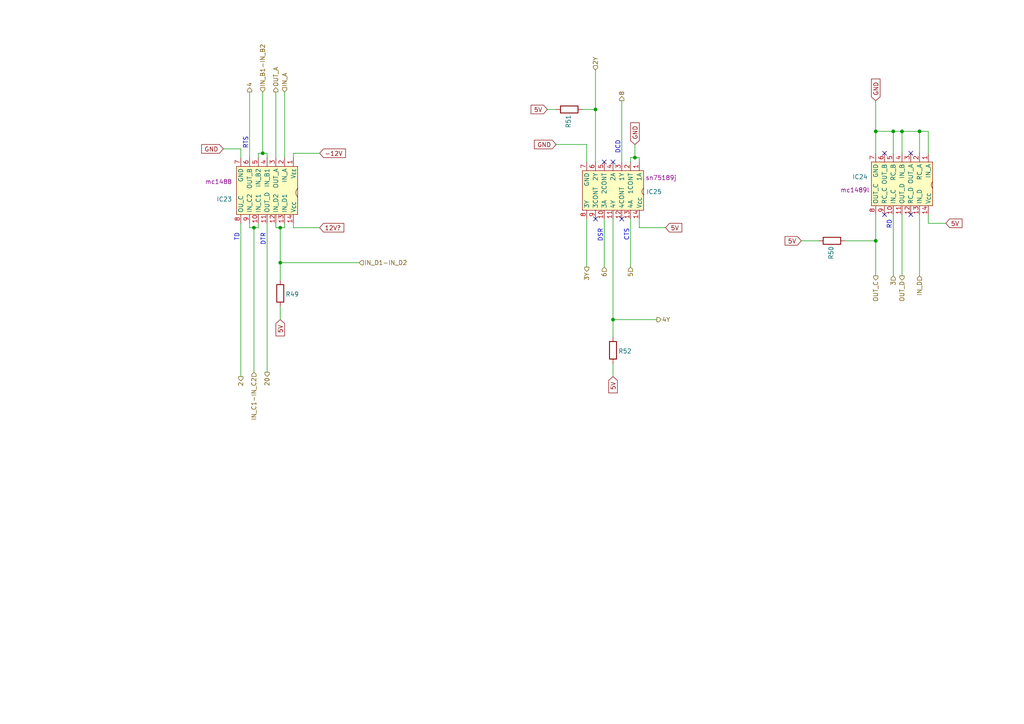
<source format=kicad_sch>
(kicad_sch (version 20250114) (generator "eeschema") (generator_version "9.0")
  (paper "A4")
  (lib_symbols
    (symbol "Device:R" (pin_numbers (hide yes)) (pin_names (offset 0))
      (property "Reference" "R" (at 2.032 0 90))
      (property "Value" "R" (at 0 0 90))
      (symbol "R_0_1"
        (rectangle (start -1.016 -2.54) (end 1.016 2.54) (stroke (width 0.254)))
      )
      (symbol "R_1_1"
        (pin passive line (at 0 3.81 270) (length 1.27) (name "~") (number "1"))
        (pin passive line (at 0 -3.81 90) (length 1.27) (name "~") (number "2"))
      )
    )
    (symbol "ICs_lib:mc1488"
      (property "Reference" "IC" (at 1.27 5.08 0))
      (property "Description" "mc1488" (at 4.064 1.27 0))
      (symbol "mc1488_1_1"
        (arc (start -17.78 8.89) (mid -17.2539 7.62) (end -17.78 6.35))
        (rectangle (start -17.78 13.97) (end 0 0) (fill (type background)))
        (pin input line (at -16.51 16.51 270) (length 2.54) (name "V_{CC}") (number "14"))
        (pin input line (at -16.51 -2.54 90) (length 2.54) (name "V_{EE}") (number "1"))
        (pin input line (at -13.97 16.51 270) (length 2.54) (name "IN_D1") (number "13"))
        (pin input line (at -13.97 -2.54 90) (length 2.54) (name "IN_A") (number "2"))
        (pin input line (at -11.43 16.51 270) (length 2.54) (name "IN_D2") (number "12"))
        (pin input line (at -11.43 -2.54 90) (length 2.54) (name "OUT_A") (number "3"))
        (pin input line (at -8.89 16.51 270) (length 2.54) (name "OUT_D") (number "11"))
        (pin input line (at -8.89 -2.54 90) (length 2.54) (name "IN_B1") (number "4"))
        (pin input line (at -6.35 16.51 270) (length 2.54) (name "IN_C1") (number "10"))
        (pin input line (at -6.35 -2.54 90) (length 2.54) (name "IN_B2") (number "5"))
        (pin input line (at -3.81 16.51 270) (length 2.54) (name "IN_C2") (number "9"))
        (pin input line (at -3.81 -2.54 90) (length 2.54) (name "OUT_B") (number "6"))
        (pin input line (at -1.27 16.51 270) (length 2.54) (name "OU_C") (number "8"))
        (pin input line (at -1.27 -2.54 90) (length 2.54) (name "GND") (number "7"))
      )
    )
    (symbol "ICs_lib:mc1489l"
      (property "Reference" "IC" (at 1.016 5.588 0))
      (property "Description" "mc1489l" (at 4.064 0.762 0))
      (symbol "mc1489l_1_1"
        (arc (start -17.78 7.62) (mid -17.3855 6.6675) (end -17.78 5.715))
        (rectangle (start -17.78 12.7) (end 0 0) (fill (type background)))
        (pin input line (at -16.51 15.24 270) (length 2.54) (name "V_{CC}") (number "14"))
        (pin input line (at -16.51 -2.54 90) (length 2.54) (name "IN_A") (number "1"))
        (pin input line (at -13.97 15.24 270) (length 2.54) (name "IN_D") (number "13"))
        (pin input line (at -13.97 -2.54 90) (length 2.54) (name "RC_A") (number "2"))
        (pin input line (at -11.43 15.24 270) (length 2.54) (name "RC_D") (number "12"))
        (pin input line (at -11.43 -2.54 90) (length 2.54) (name "OUT_A") (number "3"))
        (pin input line (at -8.89 15.24 270) (length 2.54) (name "OUT_D") (number "11"))
        (pin input line (at -8.89 -2.54 90) (length 2.54) (name "IN_B") (number "4"))
        (pin input line (at -6.35 15.24 270) (length 2.54) (name "IN_C") (number "10"))
        (pin input line (at -6.35 -2.54 90) (length 2.54) (name "RC_B") (number "5"))
        (pin input line (at -3.81 15.24 270) (length 2.54) (name "RC_C") (number "9"))
        (pin input line (at -3.81 -2.54 90) (length 2.54) (name "OUT_B") (number "6"))
        (pin input line (at -1.27 15.24 270) (length 2.54) (name "OUT_C") (number "8"))
        (pin input line (at -1.27 -2.54 90) (length 2.54) (name "GND") (number "7"))
      )
    )
    (symbol "ICs_lib:sn75189j"
      (property "Reference" "IC" (at 1.27 5.334 0))
      (property "Description" "sn75189j" (at 4.826 0.762 0))
      (symbol "sn75189j_1_1"
        (arc (start -17.78 6.985) (mid -17.2813 6.0325) (end -17.78 5.08))
        (rectangle (start -17.78 11.43) (end 0 0) (fill (type background)))
        (pin input line (at -16.51 13.97 270) (length 2.54) (name "V_{CC}") (number "14"))
        (pin input line (at -16.51 -2.54 90) (length 2.54) (name "1A") (number "1"))
        (pin input line (at -13.97 13.97 270) (length 2.54) (name "4A") (number "13"))
        (pin input line (at -13.97 -2.54 90) (length 2.54) (name "1CONT") (number "2"))
        (pin input line (at -11.43 13.97 270) (length 2.54) (name "4CONT") (number "12"))
        (pin input line (at -11.43 -2.54 90) (length 2.54) (name "1Y") (number "3"))
        (pin input line (at -8.89 13.97 270) (length 2.54) (name "4Y") (number "11"))
        (pin input line (at -8.89 -2.54 90) (length 2.54) (name "2A") (number "4"))
        (pin input line (at -6.35 13.97 270) (length 2.54) (name "3A") (number "10"))
        (pin input line (at -6.35 -2.54 90) (length 2.54) (name "2CONT") (number "5"))
        (pin input line (at -3.81 13.97 270) (length 2.54) (name "3CONT") (number "9"))
        (pin input line (at -3.81 -2.54 90) (length 2.54) (name "2Y") (number "6"))
        (pin input line (at -1.27 13.97 270) (length 2.54) (name "3Y") (number "8"))
        (pin input line (at -1.27 -2.54 90) (length 2.54) (name "GND") (number "7"))
      )
    )
  )
  (junction (at 177.8 92.71))
  (junction (at 254 38.1))
  (junction (at 81.28 76.2))
  (junction (at 261.62 38.1))
  (junction (at 76.2 44.45))
  (junction (at 254 69.85))
  (junction (at 266.7 38.1))
  (junction (at 184.15 45.72))
  (junction (at 73.66 66.04))
  (junction (at 172.72 31.75))
  (junction (at 81.28 66.04))
  (junction (at 259.08 38.1))
  (no_connect (at 264.16 44.45))
  (no_connect (at 177.8 46.99))
  (no_connect (at 256.54 44.45))
  (no_connect (at 180.34 63.5))
  (no_connect (at 175.26 46.99))
  (no_connect (at 172.72 63.5))
  (no_connect (at 256.54 62.23))
  (no_connect (at 264.16 62.23))
  (wire (pts (xy 269.24 64.77) (xy 269.24 62.23)))
  (wire (pts (xy 170.18 41.91) (xy 170.18 46.99)))
  (wire (pts (xy 81.28 66.04) (xy 82.55 66.04)))
  (wire (pts (xy 170.18 63.5) (xy 170.18 77.47)))
  (wire (pts (xy 177.8 97.79) (xy 177.8 92.71)))
  (wire (pts (xy 81.28 92.71) (xy 81.28 88.9)))
  (wire (pts (xy 259.08 62.23) (xy 259.08 80.01)))
  (wire (pts (xy 261.62 38.1) (xy 266.7 38.1)))
  (wire (pts (xy 180.34 29.21) (xy 180.34 46.99)))
  (wire (pts (xy 77.47 64.77) (xy 77.47 107.95)))
  (wire (pts (xy 254 38.1) (xy 259.08 38.1)))
  (wire (pts (xy 72.39 66.04) (xy 73.66 66.04)))
  (wire (pts (xy 85.09 66.04) (xy 85.09 64.77)))
  (wire (pts (xy 80.01 64.77) (xy 80.01 66.04)))
  (wire (pts (xy 74.93 64.77) (xy 74.93 66.04)))
  (wire (pts (xy 72.39 64.77) (xy 72.39 66.04)))
  (wire (pts (xy 82.55 64.77) (xy 82.55 66.04)))
  (wire (pts (xy 266.7 38.1) (xy 269.24 38.1)))
  (wire (pts (xy 76.2 44.45) (xy 77.47 44.45)))
  (wire (pts (xy 72.39 26.67) (xy 72.39 45.72)))
  (wire (pts (xy 175.26 77.47) (xy 175.26 63.5)))
  (wire (pts (xy 80.01 66.04) (xy 81.28 66.04)))
  (wire (pts (xy 177.8 109.22) (xy 177.8 105.41)))
  (wire (pts (xy 269.24 38.1) (xy 269.24 44.45)))
  (wire (pts (xy 69.85 64.77) (xy 69.85 109.22)))
  (wire (pts (xy 182.88 46.99) (xy 182.88 45.72)))
  (wire (pts (xy 82.55 26.67) (xy 82.55 45.72)))
  (wire (pts (xy 254 69.85) (xy 254 62.23)))
  (wire (pts (xy 182.88 77.47) (xy 182.88 63.5)))
  (wire (pts (xy 185.42 45.72) (xy 185.42 46.99)))
  (wire (pts (xy 177.8 92.71) (xy 190.5 92.71)))
  (wire (pts (xy 92.71 66.04) (xy 85.09 66.04)))
  (wire (pts (xy 254 29.21) (xy 254 38.1)))
  (wire (pts (xy 81.28 81.28) (xy 81.28 76.2)))
  (wire (pts (xy 266.7 62.23) (xy 266.7 80.01)))
  (wire (pts (xy 69.85 43.18) (xy 69.85 45.72)))
  (wire (pts (xy 182.88 45.72) (xy 184.15 45.72)))
  (wire (pts (xy 177.8 63.5) (xy 177.8 92.71)))
  (wire (pts (xy 266.7 38.1) (xy 266.7 44.45)))
  (wire (pts (xy 172.72 20.32) (xy 172.72 31.75)))
  (wire (pts (xy 254 69.85) (xy 254 80.01)))
  (wire (pts (xy 254 38.1) (xy 254 44.45)))
  (wire (pts (xy 193.04 66.04) (xy 185.42 66.04)))
  (wire (pts (xy 184.15 45.72) (xy 185.42 45.72)))
  (wire (pts (xy 172.72 31.75) (xy 172.72 46.99)))
  (wire (pts (xy 74.93 44.45) (xy 76.2 44.45)))
  (wire (pts (xy 64.77 43.18) (xy 69.85 43.18)))
  (wire (pts (xy 261.62 38.1) (xy 261.62 44.45)))
  (wire (pts (xy 80.01 26.67) (xy 80.01 45.72)))
  (wire (pts (xy 81.28 76.2) (xy 104.14 76.2)))
  (wire (pts (xy 245.11 69.85) (xy 254 69.85)))
  (wire (pts (xy 168.91 31.75) (xy 172.72 31.75)))
  (wire (pts (xy 259.08 38.1) (xy 259.08 44.45)))
  (wire (pts (xy 76.2 26.67) (xy 76.2 44.45)))
  (wire (pts (xy 77.47 44.45) (xy 77.47 45.72)))
  (wire (pts (xy 261.62 38.1) (xy 259.08 38.1)))
  (wire (pts (xy 81.28 66.04) (xy 81.28 76.2)))
  (wire (pts (xy 261.62 62.23) (xy 261.62 80.01)))
  (wire (pts (xy 161.29 41.91) (xy 170.18 41.91)))
  (wire (pts (xy 158.75 31.75) (xy 161.29 31.75)))
  (wire (pts (xy 185.42 66.04) (xy 185.42 63.5)))
  (wire (pts (xy 184.15 41.91) (xy 184.15 45.72)))
  (wire (pts (xy 74.93 45.72) (xy 74.93 44.45)))
  (wire (pts (xy 232.41 69.85) (xy 237.49 69.85)))
  (wire (pts (xy 274.32 64.77) (xy 269.24 64.77)))
  (wire (pts (xy 92.71 44.45) (xy 85.09 44.45)))
  (wire (pts (xy 85.09 44.45) (xy 85.09 45.72)))
  (wire (pts (xy 73.66 66.04) (xy 74.93 66.04)))
  (wire (pts (xy 73.66 66.04) (xy 73.66 107.95)))
  (label "RTS" (at 72.39 39.37 270))
  (label "DSR" (at 175.26 66.04 270))
  (label "DCD" (at 180.34 44.45 90))
  (label "DTR" (at 77.47 67.31 270))
  (label "CTS" (at 182.88 66.04 270))
  (label "RD" (at 259.08 63.5 270))
  (label "TD" (at 69.85 67.31 270))
  (global_label "GND" (shape input) (at 161.29 41.91 180) (property "Intersheetrefs" "${INTERSHEET_REFS}" (effects (hide yes))))
  (global_label "5V" (shape input) (at 274.32 64.77 0) (property "Intersheetrefs" "${INTERSHEET_REFS}" (effects (hide yes))))
  (global_label "5V" (shape input) (at 177.8 109.22 270) (property "Intersheetrefs" "${INTERSHEET_REFS}" (effects (hide yes))))
  (global_label "5V" (shape input) (at 232.41 69.85 180) (property "Intersheetrefs" "${INTERSHEET_REFS}" (effects (hide yes))))
  (global_label "5V" (shape input) (at 158.75 31.75 180) (property "Intersheetrefs" "${INTERSHEET_REFS}" (effects (hide yes))))
  (global_label "5V" (shape input) (at 193.04 66.04 0) (property "Intersheetrefs" "${INTERSHEET_REFS}" (effects (hide yes))))
  (global_label "-12V" (shape input) (at 92.71 44.45 0) (property "Intersheetrefs" "${INTERSHEET_REFS}" (effects (hide yes))))
  (global_label "GND" (shape input) (at 254 29.21 90) (property "Intersheetrefs" "${INTERSHEET_REFS}" (effects (hide yes))))
  (global_label "5V" (shape input) (at 81.28 92.71 270) (property "Intersheetrefs" "${INTERSHEET_REFS}" (effects (hide yes))))
  (global_label "GND" (shape input) (at 64.77 43.18 180) (property "Intersheetrefs" "${INTERSHEET_REFS}" (effects (hide yes))))
  (global_label "12V?" (shape input) (at 92.71 66.04 0) (property "Intersheetrefs" "${INTERSHEET_REFS}" (effects (hide yes))))
  (global_label "GND" (shape input) (at 184.15 41.91 90) (property "Intersheetrefs" "${INTERSHEET_REFS}" (effects (hide yes))))
  (hierarchical_label "8" (shape output) (at 180.34 29.21 90))
  (hierarchical_label "IN_C1-IN_C2" (shape input) (at 73.66 107.95 270))
  (hierarchical_label "3Y" (shape output) (at 170.18 77.47 270))
  (hierarchical_label "20" (shape output) (at 77.47 107.95 270))
  (hierarchical_label "OUT_D" (shape output) (at 261.62 80.01 270))
  (hierarchical_label "4Y" (shape output) (at 190.5 92.71 0))
  (hierarchical_label "IN_D1-IN_D2" (shape input) (at 104.14 76.2 0))
  (hierarchical_label "5" (shape input) (at 182.88 77.47 270))
  (hierarchical_label "IN_A" (shape input) (at 82.55 26.67 90))
  (hierarchical_label "4" (shape output) (at 72.39 26.67 90))
  (hierarchical_label "3" (shape input) (at 259.08 80.01 270))
  (hierarchical_label "OUT_C" (shape output) (at 254 80.01 270))
  (hierarchical_label "2Y" (shape input) (at 172.72 20.32 90))
  (hierarchical_label "IN_B1-IN_B2" (shape input) (at 76.2 26.67 90))
  (hierarchical_label "IN_D" (shape input) (at 266.7 80.01 270))
  (hierarchical_label "OUT_A" (shape output) (at 80.01 26.67 90))
  (hierarchical_label "2" (shape output) (at 69.85 109.22 270))
  (hierarchical_label "6" (shape input) (at 175.26 77.47 270))
  (symbol (lib_id "Device:R") (at 81.28 85.09 0) (unit 1)
    (property "Reference" "R49" (at 82.804 85.344 0) (effects (justify left)))
    (property "Value" "R" (effects (hide yes)))
    (property "Description" "Resistor" (effects (hide yes)))
  )
  (symbol (lib_id "Device:R") (at 241.3 69.85 270) (unit 1)
    (property "Reference" "R50" (at 241.046 71.374 0) (effects (justify left)))
    (property "Value" "R" (effects (hide yes)))
    (property "Description" "Resistor" (effects (hide yes)))
  )
  (symbol (lib_id "ICs_lib:sn75189j") (at 168.91 49.53 180) (unit 1)
    (property "Reference" "IC25" (at 187.452 55.626 0) (effects (justify right)))
    (property "Description" "sn75189j" (at 187.198 51.562 0) (effects (justify right)))
  )
  (symbol (lib_id "ICs_lib:mc1488") (at 68.58 48.26 180) (unit 1)
    (property "Reference" "IC23" (at 67.31 57.7851 0) (effects (justify left)))
    (property "Description" "mc1488" (at 67.31 52.7051 0) (effects (justify left)))
  )
  (symbol (lib_id "Device:R") (at 165.1 31.75 270) (unit 1)
    (property "Reference" "R51" (at 164.846 33.274 0) (effects (justify left)))
    (property "Value" "R" (effects (hide yes)))
    (property "Description" "Resistor" (effects (hide yes)))
  )
  (symbol (lib_id "ICs_lib:mc1489l") (at 252.73 46.99 180) (unit 1)
    (property "Reference" "IC24" (at 251.714 51.308 0) (effects (justify left)))
    (property "Description" "mc1489l" (at 252.222 55.118 0) (effects (justify left)))
  )
  (symbol (lib_id "Device:R") (at 177.8 101.6 0) (unit 1)
    (property "Reference" "R52" (at 179.324 101.854 0) (effects (justify left)))
    (property "Value" "R" (effects (hide yes)))
    (property "Description" "Resistor" (effects (hide yes)))
  )
)
</source>
